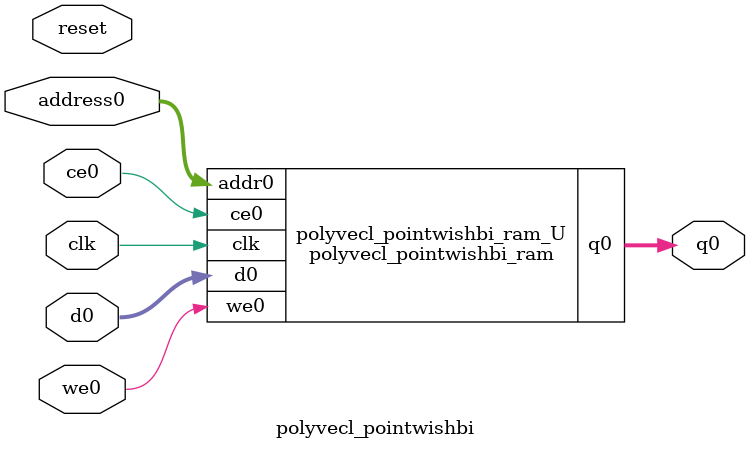
<source format=v>
`timescale 1 ns / 1 ps
module polyvecl_pointwishbi_ram (addr0, ce0, d0, we0, q0,  clk);

parameter DWIDTH = 32;
parameter AWIDTH = 8;
parameter MEM_SIZE = 256;

input[AWIDTH-1:0] addr0;
input ce0;
input[DWIDTH-1:0] d0;
input we0;
output reg[DWIDTH-1:0] q0;
input clk;

(* ram_style = "block" *)reg [DWIDTH-1:0] ram[0:MEM_SIZE-1];




always @(posedge clk)  
begin 
    if (ce0) begin
        if (we0) 
            ram[addr0] <= d0; 
        q0 <= ram[addr0];
    end
end


endmodule

`timescale 1 ns / 1 ps
module polyvecl_pointwishbi(
    reset,
    clk,
    address0,
    ce0,
    we0,
    d0,
    q0);

parameter DataWidth = 32'd32;
parameter AddressRange = 32'd256;
parameter AddressWidth = 32'd8;
input reset;
input clk;
input[AddressWidth - 1:0] address0;
input ce0;
input we0;
input[DataWidth - 1:0] d0;
output[DataWidth - 1:0] q0;



polyvecl_pointwishbi_ram polyvecl_pointwishbi_ram_U(
    .clk( clk ),
    .addr0( address0 ),
    .ce0( ce0 ),
    .we0( we0 ),
    .d0( d0 ),
    .q0( q0 ));

endmodule


</source>
